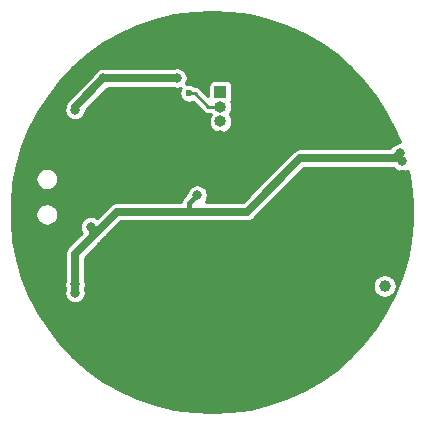
<source format=gbr>
%TF.GenerationSoftware,KiCad,Pcbnew,(5.1.6)-1*%
%TF.CreationDate,2020-12-07T17:57:15+08:00*%
%TF.ProjectId,A1.0,41312e30-2e6b-4696-9361-645f70636258,rev?*%
%TF.SameCoordinates,Original*%
%TF.FileFunction,Copper,L2,Bot*%
%TF.FilePolarity,Positive*%
%FSLAX46Y46*%
G04 Gerber Fmt 4.6, Leading zero omitted, Abs format (unit mm)*
G04 Created by KiCad (PCBNEW (5.1.6)-1) date 2020-12-07 17:57:15*
%MOMM*%
%LPD*%
G01*
G04 APERTURE LIST*
%TA.AperFunction,ComponentPad*%
%ADD10C,1.000000*%
%TD*%
%TA.AperFunction,ComponentPad*%
%ADD11O,1.000000X1.000000*%
%TD*%
%TA.AperFunction,ComponentPad*%
%ADD12R,1.000000X1.000000*%
%TD*%
%TA.AperFunction,ViaPad*%
%ADD13C,0.600000*%
%TD*%
%TA.AperFunction,ViaPad*%
%ADD14C,0.800000*%
%TD*%
%TA.AperFunction,Conductor*%
%ADD15C,0.635000*%
%TD*%
%TA.AperFunction,Conductor*%
%ADD16C,0.381000*%
%TD*%
%TA.AperFunction,Conductor*%
%ADD17C,0.254000*%
%TD*%
G04 APERTURE END LIST*
D10*
%TO.P,MK1,2*%
%TO.N,Net-(MK1-Pad2)*%
X44642000Y-36264000D03*
%TO.P,MK1,1*%
%TO.N,Earth*%
X43242000Y-36264000D03*
%TD*%
D11*
%TO.P,J3,4*%
%TO.N,Earth*%
X30734000Y-23582000D03*
%TO.P,J3,3*%
%TO.N,/SWDIO*%
X30734000Y-22332000D03*
%TO.P,J3,2*%
%TO.N,/SWCLK*%
X30734000Y-21082000D03*
D12*
%TO.P,J3,1*%
%TO.N,+3V3*%
X30734000Y-19832000D03*
%TD*%
D13*
%TO.N,Earth*%
X23939500Y-16002000D03*
X33083500Y-14859000D03*
X41148000Y-22923500D03*
X41148000Y-22098000D03*
X45339000Y-26670000D03*
X46228000Y-26670000D03*
D14*
%TO.N,+3V3*%
X28765500Y-28575000D03*
X27051000Y-18669000D03*
D13*
%TO.N,Earth*%
X26289000Y-25781000D03*
X24638000Y-25781000D03*
X22987000Y-25781000D03*
X22987000Y-22225000D03*
X24638000Y-22225000D03*
X26289000Y-24003000D03*
X24638000Y-24003000D03*
X22987000Y-24003000D03*
X38100000Y-18415000D03*
X37465000Y-18415000D03*
X36068000Y-20273333D03*
X26289000Y-22225000D03*
X44323000Y-26670000D03*
X43053000Y-26670000D03*
X43878500Y-22733000D03*
X44831000Y-22479000D03*
X42418000Y-23939500D03*
X39052500Y-19431000D03*
X40068500Y-16954500D03*
X39497000Y-17526000D03*
X16891000Y-38544500D03*
X16510000Y-37719000D03*
X17462500Y-37846000D03*
X17526000Y-39433500D03*
X19558000Y-37973000D03*
X19621500Y-39433500D03*
X20574000Y-41021000D03*
X22415500Y-41021000D03*
X24193500Y-41021000D03*
X22288500Y-39370000D03*
X24257000Y-34734500D03*
X25908000Y-34734500D03*
X25908000Y-36195000D03*
X27495500Y-36195000D03*
X29210000Y-32639000D03*
X30099000Y-33655000D03*
X31432500Y-34861500D03*
X33020000Y-36322000D03*
X35115500Y-33655000D03*
X36512500Y-34925000D03*
X37909500Y-36195000D03*
X39560500Y-37719000D03*
X34480500Y-37782500D03*
X36068000Y-39370000D03*
X28067000Y-16065500D03*
X31242000Y-17272000D03*
X31242000Y-16129000D03*
X30162500Y-16065500D03*
X30099000Y-17272000D03*
X34671000Y-14795500D03*
X40576500Y-29362500D03*
X39433500Y-29362500D03*
X40005000Y-30099000D03*
X36449000Y-23685500D03*
X36449000Y-22669500D03*
X36449000Y-24638000D03*
X35623500Y-23177500D03*
X35623500Y-24257000D03*
X36576000Y-31750000D03*
X38036500Y-33147000D03*
X39814500Y-34480500D03*
X37401500Y-23685500D03*
D14*
%TO.N,+3V3*%
X18415000Y-21336000D03*
X19748500Y-31242000D03*
X18415000Y-36131500D03*
X18415000Y-36830000D03*
X20828000Y-18694500D03*
X45910500Y-25019000D03*
X46101000Y-25717500D03*
D13*
%TO.N,/SWCLK*%
X28067000Y-19939000D03*
%TD*%
D15*
%TO.N,+3V3*%
X18415000Y-36703000D02*
X18415000Y-36703000D01*
X20853500Y-18669000D02*
X20828000Y-18694500D01*
X27051000Y-18669000D02*
X20853500Y-18669000D01*
X18415000Y-21336000D02*
X18415000Y-21107500D01*
X18415000Y-21107500D02*
X20828000Y-18694500D01*
D16*
X28067000Y-29273500D02*
X28765500Y-28575000D01*
X28067000Y-30035500D02*
X28067000Y-29273500D01*
D15*
X45510501Y-25418999D02*
X45910500Y-25019000D01*
X19939000Y-31496000D02*
X20447000Y-31496000D01*
X20447000Y-31496000D02*
X21971000Y-29972000D01*
X37509501Y-25418999D02*
X45510501Y-25418999D01*
X32956500Y-29972000D02*
X37509501Y-25418999D01*
X21971000Y-29972000D02*
X32956500Y-29972000D01*
X18415000Y-36195000D02*
X18415000Y-36830000D01*
X18415000Y-33528000D02*
X18415000Y-36195000D01*
X19939000Y-31496000D02*
X19939000Y-32004000D01*
X19939000Y-32004000D02*
X18415000Y-33528000D01*
X19939000Y-32004000D02*
X20447000Y-31496000D01*
D17*
%TO.N,/SWCLK*%
X29718000Y-21082000D02*
X30734000Y-21082000D01*
X28067000Y-19939000D02*
X28575000Y-19939000D01*
X28575000Y-19939000D02*
X29718000Y-21082000D01*
%TD*%
%TO.N,Earth*%
G36*
X31612816Y-13109828D02*
G01*
X33211026Y-13339616D01*
X34780156Y-13720283D01*
X36305997Y-14248381D01*
X37774729Y-14919129D01*
X39173053Y-15726451D01*
X40488304Y-16663037D01*
X41708571Y-17720405D01*
X42822803Y-18888978D01*
X43820910Y-20158174D01*
X44693853Y-21516500D01*
X45433726Y-22951653D01*
X45897858Y-24111000D01*
X45821070Y-24111000D01*
X45645646Y-24145894D01*
X45480401Y-24214341D01*
X45331684Y-24313711D01*
X45205211Y-24440184D01*
X45105841Y-24588901D01*
X45103936Y-24593499D01*
X37550051Y-24593499D01*
X37509501Y-24589505D01*
X37468950Y-24593499D01*
X37468948Y-24593499D01*
X37347675Y-24605443D01*
X37192067Y-24652646D01*
X37048658Y-24729300D01*
X36954459Y-24806607D01*
X36954456Y-24806610D01*
X36922960Y-24832458D01*
X36897112Y-24863954D01*
X32614568Y-29146500D01*
X29475677Y-29146500D01*
X29570159Y-29005099D01*
X29638606Y-28839854D01*
X29673500Y-28664430D01*
X29673500Y-28485570D01*
X29638606Y-28310146D01*
X29570159Y-28144901D01*
X29470789Y-27996184D01*
X29344316Y-27869711D01*
X29195599Y-27770341D01*
X29030354Y-27701894D01*
X28854930Y-27667000D01*
X28676070Y-27667000D01*
X28500646Y-27701894D01*
X28335401Y-27770341D01*
X28186684Y-27869711D01*
X28060211Y-27996184D01*
X27960841Y-28144901D01*
X27892394Y-28310146D01*
X27857500Y-28485570D01*
X27857500Y-28495172D01*
X27597343Y-28755330D01*
X27570698Y-28777197D01*
X27548830Y-28803843D01*
X27548826Y-28803847D01*
X27483409Y-28883557D01*
X27418549Y-29004902D01*
X27411008Y-29029762D01*
X27378607Y-29136570D01*
X27377629Y-29146500D01*
X22011542Y-29146500D01*
X21970999Y-29142507D01*
X21930456Y-29146500D01*
X21930447Y-29146500D01*
X21809174Y-29158444D01*
X21653566Y-29205647D01*
X21528678Y-29272402D01*
X21510156Y-29282302D01*
X21454033Y-29328361D01*
X21384459Y-29385459D01*
X21358608Y-29416959D01*
X20274289Y-30501279D01*
X20178599Y-30437341D01*
X20013354Y-30368894D01*
X19837930Y-30334000D01*
X19659070Y-30334000D01*
X19483646Y-30368894D01*
X19318401Y-30437341D01*
X19169684Y-30536711D01*
X19043211Y-30663184D01*
X18943841Y-30811901D01*
X18875394Y-30977146D01*
X18840500Y-31152570D01*
X18840500Y-31331430D01*
X18875394Y-31506854D01*
X18943841Y-31672099D01*
X19007779Y-31767788D01*
X17859966Y-32915602D01*
X17828459Y-32941459D01*
X17759214Y-33025835D01*
X17725301Y-33067158D01*
X17648648Y-33210566D01*
X17648647Y-33210567D01*
X17601444Y-33366175D01*
X17589500Y-33487447D01*
X17585506Y-33528000D01*
X17589500Y-33568551D01*
X17589501Y-35751713D01*
X17541894Y-35866646D01*
X17507000Y-36042070D01*
X17507000Y-36220930D01*
X17541894Y-36396354D01*
X17576852Y-36480750D01*
X17541894Y-36565146D01*
X17507000Y-36740570D01*
X17507000Y-36919430D01*
X17541894Y-37094854D01*
X17610341Y-37260099D01*
X17709711Y-37408816D01*
X17836184Y-37535289D01*
X17984901Y-37634659D01*
X18150146Y-37703106D01*
X18325570Y-37738000D01*
X18504430Y-37738000D01*
X18679854Y-37703106D01*
X18845099Y-37634659D01*
X18993816Y-37535289D01*
X19120289Y-37408816D01*
X19219659Y-37260099D01*
X19288106Y-37094854D01*
X19323000Y-36919430D01*
X19323000Y-36740570D01*
X19288106Y-36565146D01*
X19253148Y-36480750D01*
X19288106Y-36396354D01*
X19323000Y-36220930D01*
X19323000Y-36164721D01*
X43634000Y-36164721D01*
X43634000Y-36363279D01*
X43672737Y-36558023D01*
X43748722Y-36741467D01*
X43859035Y-36906562D01*
X43999438Y-37046965D01*
X44164533Y-37157278D01*
X44347977Y-37233263D01*
X44542721Y-37272000D01*
X44741279Y-37272000D01*
X44936023Y-37233263D01*
X45119467Y-37157278D01*
X45284562Y-37046965D01*
X45424965Y-36906562D01*
X45535278Y-36741467D01*
X45611263Y-36558023D01*
X45650000Y-36363279D01*
X45650000Y-36164721D01*
X45611263Y-35969977D01*
X45535278Y-35786533D01*
X45424965Y-35621438D01*
X45284562Y-35481035D01*
X45119467Y-35370722D01*
X44936023Y-35294737D01*
X44741279Y-35256000D01*
X44542721Y-35256000D01*
X44347977Y-35294737D01*
X44164533Y-35370722D01*
X43999438Y-35481035D01*
X43859035Y-35621438D01*
X43748722Y-35786533D01*
X43672737Y-35969977D01*
X43634000Y-36164721D01*
X19323000Y-36164721D01*
X19323000Y-36042070D01*
X19288106Y-35866646D01*
X19240500Y-35751715D01*
X19240500Y-33869932D01*
X20494039Y-32616394D01*
X20525541Y-32590541D01*
X20551398Y-32559034D01*
X21002034Y-32108398D01*
X21033541Y-32082541D01*
X21059398Y-32051034D01*
X22312933Y-30797500D01*
X32915950Y-30797500D01*
X32956500Y-30801494D01*
X32997050Y-30797500D01*
X32997053Y-30797500D01*
X33118326Y-30785556D01*
X33273934Y-30738353D01*
X33417342Y-30661699D01*
X33543041Y-30558541D01*
X33568898Y-30527034D01*
X37851435Y-26244499D01*
X45361088Y-26244499D01*
X45395711Y-26296316D01*
X45522184Y-26422789D01*
X45670901Y-26522159D01*
X45836146Y-26590606D01*
X46011570Y-26625500D01*
X46190430Y-26625500D01*
X46365854Y-26590606D01*
X46531099Y-26522159D01*
X46582738Y-26487655D01*
X46794300Y-27585344D01*
X46947782Y-29192678D01*
X46947782Y-30807322D01*
X46794300Y-32414656D01*
X46488727Y-34000122D01*
X46033829Y-35549362D01*
X45433726Y-37048347D01*
X44693853Y-38483500D01*
X43820910Y-39841826D01*
X42822803Y-41111022D01*
X41708571Y-42279595D01*
X40488304Y-43336963D01*
X39173053Y-44273549D01*
X37774729Y-45080871D01*
X36305997Y-45751619D01*
X34780156Y-46279717D01*
X33211026Y-46660384D01*
X31612816Y-46890172D01*
X30000000Y-46967000D01*
X28387184Y-46890172D01*
X26788974Y-46660384D01*
X25219844Y-46279717D01*
X23694003Y-45751619D01*
X22225271Y-45080871D01*
X20826947Y-44273549D01*
X19511696Y-43336963D01*
X18291429Y-42279595D01*
X17177197Y-41111022D01*
X16179090Y-39841826D01*
X15306147Y-38483500D01*
X14566274Y-37048347D01*
X13966171Y-35549362D01*
X13511273Y-34000122D01*
X13205700Y-32414656D01*
X13052218Y-30807322D01*
X13052218Y-30107645D01*
X15075500Y-30107645D01*
X15075500Y-30296355D01*
X15112316Y-30481438D01*
X15184532Y-30655783D01*
X15289373Y-30812689D01*
X15422811Y-30946127D01*
X15579717Y-31050968D01*
X15754062Y-31123184D01*
X15939145Y-31160000D01*
X16127855Y-31160000D01*
X16312938Y-31123184D01*
X16487283Y-31050968D01*
X16644189Y-30946127D01*
X16777627Y-30812689D01*
X16882468Y-30655783D01*
X16954684Y-30481438D01*
X16991500Y-30296355D01*
X16991500Y-30107645D01*
X16954684Y-29922562D01*
X16882468Y-29748217D01*
X16777627Y-29591311D01*
X16644189Y-29457873D01*
X16487283Y-29353032D01*
X16312938Y-29280816D01*
X16127855Y-29244000D01*
X15939145Y-29244000D01*
X15754062Y-29280816D01*
X15579717Y-29353032D01*
X15422811Y-29457873D01*
X15289373Y-29591311D01*
X15184532Y-29748217D01*
X15112316Y-29922562D01*
X15075500Y-30107645D01*
X13052218Y-30107645D01*
X13052218Y-29192678D01*
X13205700Y-27585344D01*
X13297768Y-27107645D01*
X15075500Y-27107645D01*
X15075500Y-27296355D01*
X15112316Y-27481438D01*
X15184532Y-27655783D01*
X15289373Y-27812689D01*
X15422811Y-27946127D01*
X15579717Y-28050968D01*
X15754062Y-28123184D01*
X15939145Y-28160000D01*
X16127855Y-28160000D01*
X16312938Y-28123184D01*
X16487283Y-28050968D01*
X16644189Y-27946127D01*
X16777627Y-27812689D01*
X16882468Y-27655783D01*
X16954684Y-27481438D01*
X16991500Y-27296355D01*
X16991500Y-27107645D01*
X16954684Y-26922562D01*
X16882468Y-26748217D01*
X16777627Y-26591311D01*
X16644189Y-26457873D01*
X16487283Y-26353032D01*
X16312938Y-26280816D01*
X16127855Y-26244000D01*
X15939145Y-26244000D01*
X15754062Y-26280816D01*
X15579717Y-26353032D01*
X15422811Y-26457873D01*
X15289373Y-26591311D01*
X15184532Y-26748217D01*
X15112316Y-26922562D01*
X15075500Y-27107645D01*
X13297768Y-27107645D01*
X13511273Y-25999878D01*
X13966171Y-24450638D01*
X14566274Y-22951653D01*
X15306147Y-21516500D01*
X15479620Y-21246570D01*
X17507000Y-21246570D01*
X17507000Y-21425430D01*
X17541894Y-21600854D01*
X17610341Y-21766099D01*
X17709711Y-21914816D01*
X17836184Y-22041289D01*
X17984901Y-22140659D01*
X18150146Y-22209106D01*
X18325570Y-22244000D01*
X18504430Y-22244000D01*
X18679854Y-22209106D01*
X18845099Y-22140659D01*
X18993816Y-22041289D01*
X19120289Y-21914816D01*
X19219659Y-21766099D01*
X19288106Y-21600854D01*
X19323000Y-21425430D01*
X19323000Y-21366932D01*
X21143167Y-19546765D01*
X21258099Y-19499159D01*
X21265072Y-19494500D01*
X26671215Y-19494500D01*
X26786146Y-19542106D01*
X26961570Y-19577000D01*
X27140430Y-19577000D01*
X27315854Y-19542106D01*
X27377477Y-19516581D01*
X27350959Y-19556268D01*
X27290051Y-19703315D01*
X27259000Y-19859419D01*
X27259000Y-20018581D01*
X27290051Y-20174685D01*
X27350959Y-20321732D01*
X27439385Y-20454070D01*
X27551930Y-20566615D01*
X27684268Y-20655041D01*
X27831315Y-20715949D01*
X27987419Y-20747000D01*
X28146581Y-20747000D01*
X28302685Y-20715949D01*
X28409628Y-20671652D01*
X29246930Y-21508955D01*
X29266815Y-21533185D01*
X29363506Y-21612537D01*
X29473820Y-21671502D01*
X29593518Y-21707812D01*
X29686808Y-21717000D01*
X29686818Y-21717000D01*
X29717999Y-21720071D01*
X29749180Y-21717000D01*
X29932619Y-21717000D01*
X29840722Y-21854533D01*
X29764737Y-22037977D01*
X29726000Y-22232721D01*
X29726000Y-22431279D01*
X29764737Y-22626023D01*
X29840722Y-22809467D01*
X29951035Y-22974562D01*
X30091438Y-23114965D01*
X30256533Y-23225278D01*
X30439977Y-23301263D01*
X30634721Y-23340000D01*
X30833279Y-23340000D01*
X31028023Y-23301263D01*
X31211467Y-23225278D01*
X31376562Y-23114965D01*
X31516965Y-22974562D01*
X31627278Y-22809467D01*
X31703263Y-22626023D01*
X31742000Y-22431279D01*
X31742000Y-22232721D01*
X31703263Y-22037977D01*
X31627278Y-21854533D01*
X31528700Y-21707000D01*
X31627278Y-21559467D01*
X31703263Y-21376023D01*
X31742000Y-21181279D01*
X31742000Y-20982721D01*
X31703263Y-20787977D01*
X31640772Y-20637110D01*
X31658429Y-20615595D01*
X31705601Y-20527343D01*
X31734649Y-20431585D01*
X31744457Y-20332000D01*
X31744457Y-19332000D01*
X31734649Y-19232415D01*
X31705601Y-19136657D01*
X31658429Y-19048405D01*
X31594948Y-18971052D01*
X31517595Y-18907571D01*
X31429343Y-18860399D01*
X31333585Y-18831351D01*
X31234000Y-18821543D01*
X30234000Y-18821543D01*
X30134415Y-18831351D01*
X30038657Y-18860399D01*
X29950405Y-18907571D01*
X29873052Y-18971052D01*
X29809571Y-19048405D01*
X29762399Y-19136657D01*
X29733351Y-19232415D01*
X29723543Y-19332000D01*
X29723543Y-20189518D01*
X29046074Y-19512050D01*
X29026185Y-19487815D01*
X28929494Y-19408463D01*
X28819180Y-19349498D01*
X28699482Y-19313188D01*
X28606192Y-19304000D01*
X28606181Y-19304000D01*
X28575000Y-19300929D01*
X28567524Y-19301665D01*
X28449732Y-19222959D01*
X28302685Y-19162051D01*
X28146581Y-19131000D01*
X27987419Y-19131000D01*
X27831315Y-19162051D01*
X27806815Y-19172199D01*
X27855659Y-19099099D01*
X27924106Y-18933854D01*
X27959000Y-18758430D01*
X27959000Y-18579570D01*
X27924106Y-18404146D01*
X27855659Y-18238901D01*
X27756289Y-18090184D01*
X27629816Y-17963711D01*
X27481099Y-17864341D01*
X27315854Y-17795894D01*
X27140430Y-17761000D01*
X26961570Y-17761000D01*
X26786146Y-17795894D01*
X26671215Y-17843500D01*
X21146222Y-17843500D01*
X21092854Y-17821394D01*
X20917430Y-17786500D01*
X20738570Y-17786500D01*
X20563146Y-17821394D01*
X20397901Y-17889841D01*
X20249184Y-17989211D01*
X20122711Y-18115684D01*
X20023341Y-18264401D01*
X19975735Y-18379333D01*
X17859965Y-20495103D01*
X17828459Y-20520959D01*
X17725301Y-20646658D01*
X17648647Y-20790066D01*
X17616143Y-20897218D01*
X17610341Y-20905901D01*
X17541894Y-21071146D01*
X17507000Y-21246570D01*
X15479620Y-21246570D01*
X16179090Y-20158174D01*
X17177197Y-18888978D01*
X18291429Y-17720405D01*
X19511696Y-16663037D01*
X20826947Y-15726451D01*
X22225271Y-14919129D01*
X23694003Y-14248381D01*
X25219844Y-13720283D01*
X26788974Y-13339616D01*
X28387184Y-13109828D01*
X30000000Y-13033000D01*
X31612816Y-13109828D01*
G37*
X31612816Y-13109828D02*
X33211026Y-13339616D01*
X34780156Y-13720283D01*
X36305997Y-14248381D01*
X37774729Y-14919129D01*
X39173053Y-15726451D01*
X40488304Y-16663037D01*
X41708571Y-17720405D01*
X42822803Y-18888978D01*
X43820910Y-20158174D01*
X44693853Y-21516500D01*
X45433726Y-22951653D01*
X45897858Y-24111000D01*
X45821070Y-24111000D01*
X45645646Y-24145894D01*
X45480401Y-24214341D01*
X45331684Y-24313711D01*
X45205211Y-24440184D01*
X45105841Y-24588901D01*
X45103936Y-24593499D01*
X37550051Y-24593499D01*
X37509501Y-24589505D01*
X37468950Y-24593499D01*
X37468948Y-24593499D01*
X37347675Y-24605443D01*
X37192067Y-24652646D01*
X37048658Y-24729300D01*
X36954459Y-24806607D01*
X36954456Y-24806610D01*
X36922960Y-24832458D01*
X36897112Y-24863954D01*
X32614568Y-29146500D01*
X29475677Y-29146500D01*
X29570159Y-29005099D01*
X29638606Y-28839854D01*
X29673500Y-28664430D01*
X29673500Y-28485570D01*
X29638606Y-28310146D01*
X29570159Y-28144901D01*
X29470789Y-27996184D01*
X29344316Y-27869711D01*
X29195599Y-27770341D01*
X29030354Y-27701894D01*
X28854930Y-27667000D01*
X28676070Y-27667000D01*
X28500646Y-27701894D01*
X28335401Y-27770341D01*
X28186684Y-27869711D01*
X28060211Y-27996184D01*
X27960841Y-28144901D01*
X27892394Y-28310146D01*
X27857500Y-28485570D01*
X27857500Y-28495172D01*
X27597343Y-28755330D01*
X27570698Y-28777197D01*
X27548830Y-28803843D01*
X27548826Y-28803847D01*
X27483409Y-28883557D01*
X27418549Y-29004902D01*
X27411008Y-29029762D01*
X27378607Y-29136570D01*
X27377629Y-29146500D01*
X22011542Y-29146500D01*
X21970999Y-29142507D01*
X21930456Y-29146500D01*
X21930447Y-29146500D01*
X21809174Y-29158444D01*
X21653566Y-29205647D01*
X21528678Y-29272402D01*
X21510156Y-29282302D01*
X21454033Y-29328361D01*
X21384459Y-29385459D01*
X21358608Y-29416959D01*
X20274289Y-30501279D01*
X20178599Y-30437341D01*
X20013354Y-30368894D01*
X19837930Y-30334000D01*
X19659070Y-30334000D01*
X19483646Y-30368894D01*
X19318401Y-30437341D01*
X19169684Y-30536711D01*
X19043211Y-30663184D01*
X18943841Y-30811901D01*
X18875394Y-30977146D01*
X18840500Y-31152570D01*
X18840500Y-31331430D01*
X18875394Y-31506854D01*
X18943841Y-31672099D01*
X19007779Y-31767788D01*
X17859966Y-32915602D01*
X17828459Y-32941459D01*
X17759214Y-33025835D01*
X17725301Y-33067158D01*
X17648648Y-33210566D01*
X17648647Y-33210567D01*
X17601444Y-33366175D01*
X17589500Y-33487447D01*
X17585506Y-33528000D01*
X17589500Y-33568551D01*
X17589501Y-35751713D01*
X17541894Y-35866646D01*
X17507000Y-36042070D01*
X17507000Y-36220930D01*
X17541894Y-36396354D01*
X17576852Y-36480750D01*
X17541894Y-36565146D01*
X17507000Y-36740570D01*
X17507000Y-36919430D01*
X17541894Y-37094854D01*
X17610341Y-37260099D01*
X17709711Y-37408816D01*
X17836184Y-37535289D01*
X17984901Y-37634659D01*
X18150146Y-37703106D01*
X18325570Y-37738000D01*
X18504430Y-37738000D01*
X18679854Y-37703106D01*
X18845099Y-37634659D01*
X18993816Y-37535289D01*
X19120289Y-37408816D01*
X19219659Y-37260099D01*
X19288106Y-37094854D01*
X19323000Y-36919430D01*
X19323000Y-36740570D01*
X19288106Y-36565146D01*
X19253148Y-36480750D01*
X19288106Y-36396354D01*
X19323000Y-36220930D01*
X19323000Y-36164721D01*
X43634000Y-36164721D01*
X43634000Y-36363279D01*
X43672737Y-36558023D01*
X43748722Y-36741467D01*
X43859035Y-36906562D01*
X43999438Y-37046965D01*
X44164533Y-37157278D01*
X44347977Y-37233263D01*
X44542721Y-37272000D01*
X44741279Y-37272000D01*
X44936023Y-37233263D01*
X45119467Y-37157278D01*
X45284562Y-37046965D01*
X45424965Y-36906562D01*
X45535278Y-36741467D01*
X45611263Y-36558023D01*
X45650000Y-36363279D01*
X45650000Y-36164721D01*
X45611263Y-35969977D01*
X45535278Y-35786533D01*
X45424965Y-35621438D01*
X45284562Y-35481035D01*
X45119467Y-35370722D01*
X44936023Y-35294737D01*
X44741279Y-35256000D01*
X44542721Y-35256000D01*
X44347977Y-35294737D01*
X44164533Y-35370722D01*
X43999438Y-35481035D01*
X43859035Y-35621438D01*
X43748722Y-35786533D01*
X43672737Y-35969977D01*
X43634000Y-36164721D01*
X19323000Y-36164721D01*
X19323000Y-36042070D01*
X19288106Y-35866646D01*
X19240500Y-35751715D01*
X19240500Y-33869932D01*
X20494039Y-32616394D01*
X20525541Y-32590541D01*
X20551398Y-32559034D01*
X21002034Y-32108398D01*
X21033541Y-32082541D01*
X21059398Y-32051034D01*
X22312933Y-30797500D01*
X32915950Y-30797500D01*
X32956500Y-30801494D01*
X32997050Y-30797500D01*
X32997053Y-30797500D01*
X33118326Y-30785556D01*
X33273934Y-30738353D01*
X33417342Y-30661699D01*
X33543041Y-30558541D01*
X33568898Y-30527034D01*
X37851435Y-26244499D01*
X45361088Y-26244499D01*
X45395711Y-26296316D01*
X45522184Y-26422789D01*
X45670901Y-26522159D01*
X45836146Y-26590606D01*
X46011570Y-26625500D01*
X46190430Y-26625500D01*
X46365854Y-26590606D01*
X46531099Y-26522159D01*
X46582738Y-26487655D01*
X46794300Y-27585344D01*
X46947782Y-29192678D01*
X46947782Y-30807322D01*
X46794300Y-32414656D01*
X46488727Y-34000122D01*
X46033829Y-35549362D01*
X45433726Y-37048347D01*
X44693853Y-38483500D01*
X43820910Y-39841826D01*
X42822803Y-41111022D01*
X41708571Y-42279595D01*
X40488304Y-43336963D01*
X39173053Y-44273549D01*
X37774729Y-45080871D01*
X36305997Y-45751619D01*
X34780156Y-46279717D01*
X33211026Y-46660384D01*
X31612816Y-46890172D01*
X30000000Y-46967000D01*
X28387184Y-46890172D01*
X26788974Y-46660384D01*
X25219844Y-46279717D01*
X23694003Y-45751619D01*
X22225271Y-45080871D01*
X20826947Y-44273549D01*
X19511696Y-43336963D01*
X18291429Y-42279595D01*
X17177197Y-41111022D01*
X16179090Y-39841826D01*
X15306147Y-38483500D01*
X14566274Y-37048347D01*
X13966171Y-35549362D01*
X13511273Y-34000122D01*
X13205700Y-32414656D01*
X13052218Y-30807322D01*
X13052218Y-30107645D01*
X15075500Y-30107645D01*
X15075500Y-30296355D01*
X15112316Y-30481438D01*
X15184532Y-30655783D01*
X15289373Y-30812689D01*
X15422811Y-30946127D01*
X15579717Y-31050968D01*
X15754062Y-31123184D01*
X15939145Y-31160000D01*
X16127855Y-31160000D01*
X16312938Y-31123184D01*
X16487283Y-31050968D01*
X16644189Y-30946127D01*
X16777627Y-30812689D01*
X16882468Y-30655783D01*
X16954684Y-30481438D01*
X16991500Y-30296355D01*
X16991500Y-30107645D01*
X16954684Y-29922562D01*
X16882468Y-29748217D01*
X16777627Y-29591311D01*
X16644189Y-29457873D01*
X16487283Y-29353032D01*
X16312938Y-29280816D01*
X16127855Y-29244000D01*
X15939145Y-29244000D01*
X15754062Y-29280816D01*
X15579717Y-29353032D01*
X15422811Y-29457873D01*
X15289373Y-29591311D01*
X15184532Y-29748217D01*
X15112316Y-29922562D01*
X15075500Y-30107645D01*
X13052218Y-30107645D01*
X13052218Y-29192678D01*
X13205700Y-27585344D01*
X13297768Y-27107645D01*
X15075500Y-27107645D01*
X15075500Y-27296355D01*
X15112316Y-27481438D01*
X15184532Y-27655783D01*
X15289373Y-27812689D01*
X15422811Y-27946127D01*
X15579717Y-28050968D01*
X15754062Y-28123184D01*
X15939145Y-28160000D01*
X16127855Y-28160000D01*
X16312938Y-28123184D01*
X16487283Y-28050968D01*
X16644189Y-27946127D01*
X16777627Y-27812689D01*
X16882468Y-27655783D01*
X16954684Y-27481438D01*
X16991500Y-27296355D01*
X16991500Y-27107645D01*
X16954684Y-26922562D01*
X16882468Y-26748217D01*
X16777627Y-26591311D01*
X16644189Y-26457873D01*
X16487283Y-26353032D01*
X16312938Y-26280816D01*
X16127855Y-26244000D01*
X15939145Y-26244000D01*
X15754062Y-26280816D01*
X15579717Y-26353032D01*
X15422811Y-26457873D01*
X15289373Y-26591311D01*
X15184532Y-26748217D01*
X15112316Y-26922562D01*
X15075500Y-27107645D01*
X13297768Y-27107645D01*
X13511273Y-25999878D01*
X13966171Y-24450638D01*
X14566274Y-22951653D01*
X15306147Y-21516500D01*
X15479620Y-21246570D01*
X17507000Y-21246570D01*
X17507000Y-21425430D01*
X17541894Y-21600854D01*
X17610341Y-21766099D01*
X17709711Y-21914816D01*
X17836184Y-22041289D01*
X17984901Y-22140659D01*
X18150146Y-22209106D01*
X18325570Y-22244000D01*
X18504430Y-22244000D01*
X18679854Y-22209106D01*
X18845099Y-22140659D01*
X18993816Y-22041289D01*
X19120289Y-21914816D01*
X19219659Y-21766099D01*
X19288106Y-21600854D01*
X19323000Y-21425430D01*
X19323000Y-21366932D01*
X21143167Y-19546765D01*
X21258099Y-19499159D01*
X21265072Y-19494500D01*
X26671215Y-19494500D01*
X26786146Y-19542106D01*
X26961570Y-19577000D01*
X27140430Y-19577000D01*
X27315854Y-19542106D01*
X27377477Y-19516581D01*
X27350959Y-19556268D01*
X27290051Y-19703315D01*
X27259000Y-19859419D01*
X27259000Y-20018581D01*
X27290051Y-20174685D01*
X27350959Y-20321732D01*
X27439385Y-20454070D01*
X27551930Y-20566615D01*
X27684268Y-20655041D01*
X27831315Y-20715949D01*
X27987419Y-20747000D01*
X28146581Y-20747000D01*
X28302685Y-20715949D01*
X28409628Y-20671652D01*
X29246930Y-21508955D01*
X29266815Y-21533185D01*
X29363506Y-21612537D01*
X29473820Y-21671502D01*
X29593518Y-21707812D01*
X29686808Y-21717000D01*
X29686818Y-21717000D01*
X29717999Y-21720071D01*
X29749180Y-21717000D01*
X29932619Y-21717000D01*
X29840722Y-21854533D01*
X29764737Y-22037977D01*
X29726000Y-22232721D01*
X29726000Y-22431279D01*
X29764737Y-22626023D01*
X29840722Y-22809467D01*
X29951035Y-22974562D01*
X30091438Y-23114965D01*
X30256533Y-23225278D01*
X30439977Y-23301263D01*
X30634721Y-23340000D01*
X30833279Y-23340000D01*
X31028023Y-23301263D01*
X31211467Y-23225278D01*
X31376562Y-23114965D01*
X31516965Y-22974562D01*
X31627278Y-22809467D01*
X31703263Y-22626023D01*
X31742000Y-22431279D01*
X31742000Y-22232721D01*
X31703263Y-22037977D01*
X31627278Y-21854533D01*
X31528700Y-21707000D01*
X31627278Y-21559467D01*
X31703263Y-21376023D01*
X31742000Y-21181279D01*
X31742000Y-20982721D01*
X31703263Y-20787977D01*
X31640772Y-20637110D01*
X31658429Y-20615595D01*
X31705601Y-20527343D01*
X31734649Y-20431585D01*
X31744457Y-20332000D01*
X31744457Y-19332000D01*
X31734649Y-19232415D01*
X31705601Y-19136657D01*
X31658429Y-19048405D01*
X31594948Y-18971052D01*
X31517595Y-18907571D01*
X31429343Y-18860399D01*
X31333585Y-18831351D01*
X31234000Y-18821543D01*
X30234000Y-18821543D01*
X30134415Y-18831351D01*
X30038657Y-18860399D01*
X29950405Y-18907571D01*
X29873052Y-18971052D01*
X29809571Y-19048405D01*
X29762399Y-19136657D01*
X29733351Y-19232415D01*
X29723543Y-19332000D01*
X29723543Y-20189518D01*
X29046074Y-19512050D01*
X29026185Y-19487815D01*
X28929494Y-19408463D01*
X28819180Y-19349498D01*
X28699482Y-19313188D01*
X28606192Y-19304000D01*
X28606181Y-19304000D01*
X28575000Y-19300929D01*
X28567524Y-19301665D01*
X28449732Y-19222959D01*
X28302685Y-19162051D01*
X28146581Y-19131000D01*
X27987419Y-19131000D01*
X27831315Y-19162051D01*
X27806815Y-19172199D01*
X27855659Y-19099099D01*
X27924106Y-18933854D01*
X27959000Y-18758430D01*
X27959000Y-18579570D01*
X27924106Y-18404146D01*
X27855659Y-18238901D01*
X27756289Y-18090184D01*
X27629816Y-17963711D01*
X27481099Y-17864341D01*
X27315854Y-17795894D01*
X27140430Y-17761000D01*
X26961570Y-17761000D01*
X26786146Y-17795894D01*
X26671215Y-17843500D01*
X21146222Y-17843500D01*
X21092854Y-17821394D01*
X20917430Y-17786500D01*
X20738570Y-17786500D01*
X20563146Y-17821394D01*
X20397901Y-17889841D01*
X20249184Y-17989211D01*
X20122711Y-18115684D01*
X20023341Y-18264401D01*
X19975735Y-18379333D01*
X17859965Y-20495103D01*
X17828459Y-20520959D01*
X17725301Y-20646658D01*
X17648647Y-20790066D01*
X17616143Y-20897218D01*
X17610341Y-20905901D01*
X17541894Y-21071146D01*
X17507000Y-21246570D01*
X15479620Y-21246570D01*
X16179090Y-20158174D01*
X17177197Y-18888978D01*
X18291429Y-17720405D01*
X19511696Y-16663037D01*
X20826947Y-15726451D01*
X22225271Y-14919129D01*
X23694003Y-14248381D01*
X25219844Y-13720283D01*
X26788974Y-13339616D01*
X28387184Y-13109828D01*
X30000000Y-13033000D01*
X31612816Y-13109828D01*
%TD*%
M02*

</source>
